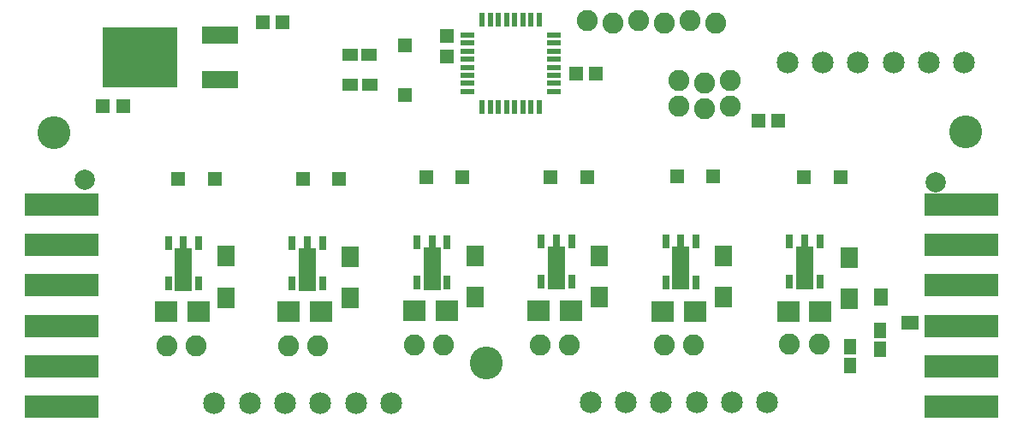
<source format=gts>
G75*
G70*
%OFA0B0*%
%FSLAX24Y24*%
%IPPOS*%
%LPD*%
%AMOC8*
5,1,8,0,0,1.08239X$1,22.5*
%
%ADD10R,0.0710X0.0789*%
%ADD11R,0.0867X0.0789*%
%ADD12R,0.0556X0.0556*%
%ADD13R,0.0277X0.0552*%
%ADD14R,0.0710X0.1655*%
%ADD15R,0.2521X0.2363*%
%ADD16R,0.1419X0.0710*%
%ADD17R,0.0474X0.2363*%
%ADD18R,0.0552X0.0552*%
%ADD19C,0.0848*%
%ADD20C,0.0820*%
%ADD21R,0.0474X0.0592*%
%ADD22R,0.0580X0.0330*%
%ADD23R,0.0330X0.0580*%
%ADD24C,0.1280*%
%ADD25R,0.2915X0.0867*%
%ADD26R,0.0237X0.0552*%
%ADD27R,0.0552X0.0237*%
%ADD28R,0.0592X0.0474*%
%ADD29C,0.0789*%
D10*
X022378Y020236D03*
X022378Y021850D03*
X027220Y021826D03*
X027220Y020212D03*
X032078Y020248D03*
X032078Y021862D03*
X036909Y021870D03*
X036909Y020256D03*
X041771Y020244D03*
X041771Y021858D03*
X046641Y021795D03*
X046641Y020181D03*
D11*
X045535Y019677D03*
X044275Y019677D03*
X040653Y019689D03*
X039393Y019689D03*
X035826Y019716D03*
X034567Y019716D03*
X030976Y019704D03*
X029716Y019704D03*
X026094Y019685D03*
X024834Y019685D03*
X021307Y019697D03*
X020047Y019697D03*
D12*
X020531Y024862D03*
X021949Y024862D03*
X025382Y024862D03*
X026799Y024862D03*
X030181Y024929D03*
X031598Y024929D03*
X035039Y024913D03*
X036456Y024913D03*
X039949Y024964D03*
X041366Y024964D03*
X044905Y024917D03*
X046323Y024917D03*
X029366Y028130D03*
X029366Y030051D03*
D13*
X029819Y022386D03*
X030409Y022386D03*
X031000Y022386D03*
X031000Y020811D03*
X029819Y020811D03*
X026141Y020783D03*
X024960Y020783D03*
X024960Y022358D03*
X025551Y022358D03*
X026141Y022358D03*
X021326Y022346D03*
X020736Y022346D03*
X020145Y022346D03*
X020145Y020771D03*
X021326Y020771D03*
X034665Y020838D03*
X035846Y020838D03*
X035846Y022413D03*
X035256Y022413D03*
X034665Y022413D03*
X039508Y022409D03*
X040098Y022409D03*
X040689Y022409D03*
X040689Y020834D03*
X039508Y020834D03*
X044326Y020850D03*
X045508Y020850D03*
X045508Y022425D03*
X044917Y022425D03*
X044326Y022425D03*
D14*
X044917Y021401D03*
X040098Y021386D03*
X035256Y021389D03*
X030409Y021362D03*
X025551Y021334D03*
X020736Y021323D03*
D15*
X019236Y029574D03*
D16*
X022149Y028708D03*
X022149Y030441D03*
D17*
X017819Y029574D03*
D18*
X017602Y027681D03*
X018389Y027681D03*
X023819Y030949D03*
X024606Y030949D03*
X030996Y030405D03*
X030996Y029618D03*
X036015Y028941D03*
X036803Y028941D03*
X043118Y027126D03*
X043905Y027126D03*
D19*
X044244Y029386D03*
X045622Y029386D03*
X047000Y029386D03*
X048378Y029386D03*
X049756Y029386D03*
X051134Y029386D03*
X043468Y016165D03*
X042090Y016165D03*
X040712Y016165D03*
X039334Y016165D03*
X037956Y016165D03*
X036578Y016165D03*
X028826Y016126D03*
X027449Y016126D03*
X026071Y016126D03*
X024693Y016126D03*
X023315Y016126D03*
X021937Y016126D03*
D20*
X021239Y018338D03*
X020099Y018338D03*
X024827Y018338D03*
X025967Y018338D03*
X029721Y018389D03*
X030861Y018389D03*
X034627Y018374D03*
X035767Y018374D03*
X039453Y018374D03*
X040593Y018374D03*
X044335Y018413D03*
X045475Y018413D03*
X042031Y027691D03*
X041031Y027591D03*
X040031Y027691D03*
X040039Y028695D03*
X041039Y028595D03*
X042039Y028695D03*
X041472Y030908D03*
X040472Y031008D03*
X039472Y030908D03*
X038472Y031008D03*
X037472Y030908D03*
X036472Y031008D03*
D21*
X047850Y018952D03*
X047850Y018204D03*
X046693Y018326D03*
X046693Y017578D03*
D22*
X047878Y020078D03*
X047878Y020433D03*
D23*
X048846Y019256D03*
X049200Y019256D03*
D24*
X051193Y026682D03*
X032511Y017700D03*
X015693Y026660D03*
D25*
X015996Y015984D03*
X015996Y017559D03*
X015996Y019134D03*
X015996Y020708D03*
X015996Y022283D03*
X015996Y023858D03*
X051027Y023858D03*
X051027Y022283D03*
X051027Y020708D03*
X051027Y019134D03*
X051027Y017559D03*
X051027Y015984D03*
D26*
X034574Y027665D03*
X034260Y027665D03*
X033945Y027665D03*
X033630Y027665D03*
X033315Y027665D03*
X033000Y027665D03*
X032685Y027665D03*
X032370Y027665D03*
X032370Y031051D03*
X032685Y031051D03*
X033000Y031051D03*
X033315Y031051D03*
X033630Y031051D03*
X033945Y031051D03*
X034260Y031051D03*
X034574Y031051D03*
D27*
X035165Y030460D03*
X035165Y030145D03*
X035165Y029830D03*
X035165Y029515D03*
X035165Y029200D03*
X035165Y028886D03*
X035165Y028571D03*
X035165Y028256D03*
X031779Y028256D03*
X031779Y028571D03*
X031779Y028886D03*
X031779Y029200D03*
X031779Y029515D03*
X031779Y029830D03*
X031779Y030145D03*
X031779Y030460D03*
D28*
X027972Y029693D03*
X027224Y029693D03*
X027236Y028535D03*
X027984Y028535D03*
D29*
X016892Y024836D03*
X050008Y024724D03*
M02*

</source>
